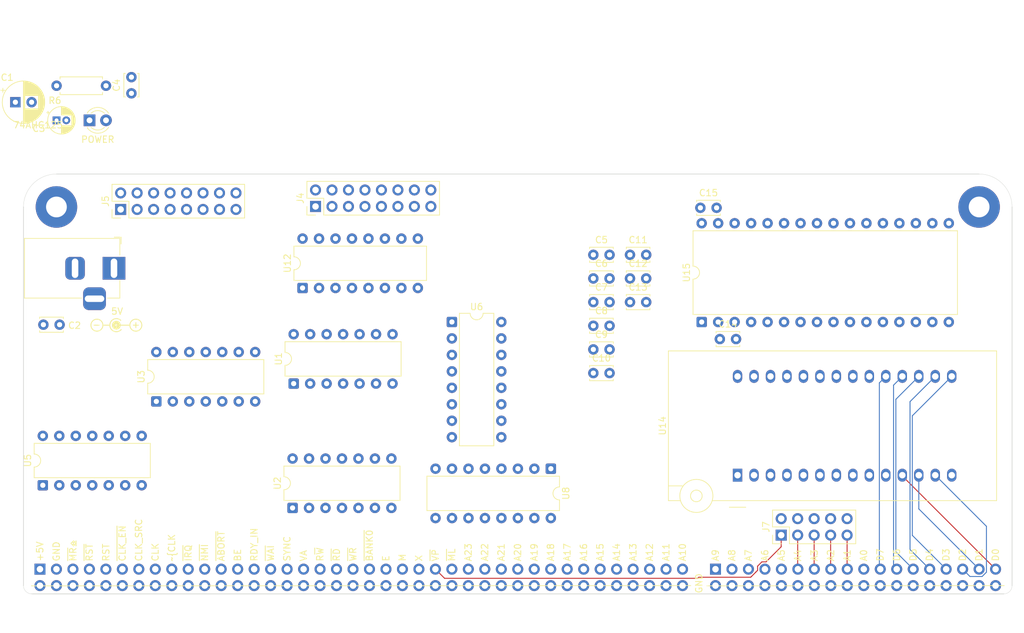
<source format=kicad_pcb>
(kicad_pcb (version 20241229) (generator "pcbnew") (generator_version "9.0")
  (title_block (title "65C816 Breakout Board") (date "2022-08-31") (rev "A.27") (comment 2 "https://github.com/adrienkohlbecker/BB816/tree/main/hardware/breakout") (comment 3 "Licensed under CERN-OHL-W v2") (comment 4 "Copyright © 2022 Adrien Kohlbecker"))
  (layers (0 "F.Cu" signal) (4 "In1.Cu" power) (6 "In2.Cu" power) (2 "B.Cu" signal) (13 "F.Paste" user) (15 "B.Paste" user) (5 "F.SilkS" user "F.Silkscreen") (7 "B.SilkS" user "B.Silkscreen") (1 "F.Mask" user) (3 "B.Mask" user) (25 "Edge.Cuts" user))
  (net 0 "")
  (net 1 "VCC")
  (net 2 "GND")
  (net 3 "/~{MR}⎒")
  (net 4 "Net-(D1-A)")
  (net 5 "/~{0x60}")
  (net 6 "/~{0x20}")
  (net 8 "/~{0xCO}")
  (net 9 "/~{0x80}")
  (net 10 "/~{0x00}")
  (net 11 "/~{0xA0}")
  (net 12 "/~{0x40}")
  (net 13 "/~{0xE0}")
  (net 14 "~{MEG0_LO}")
  (net 15 "/~{MEG0}")
  (net 16 "~{PAGE1}")
  (net 17 "~{ROM_OE}")
  (net 18 "~{BANK0_HI}")
  (net 19 "/MEG0_HI")
  (net 20 "~{BANK0_LO}")
  (net 21 "/RST")
  (net 22 "/~{RST}")
  (net 23 "/CLK_SRC")
  (net 24 "/~{CLK_EN}")
  (net 25 "/CLK")
  (net 26 "/~{CLK}")
  (net 27 "/~{IRQ}")
  (net 28 "/~{NMI}")
  (net 29 "/~{ABORT}")
  (net 30 "/BE")
  (net 31 "/RDY_IN")
  (net 32 "/~{WAI}")
  (net 33 "/SYNC")
  (net 34 "/VA")
  (net 35 "/R~{W}")
  (net 36 "/~{RD}")
  (net 37 "/~{WR}")
  (net 38 "/E")
  (net 39 "/M")
  (net 40 "/X")
  (net 41 "/~{VP}")
  (net 42 "/~{ML}")
  (net 43 "/~{BANK0}")
  (net 44 "/A23")
  (net 45 "/A22")
  (net 46 "/A21")
  (net 47 "/A20")
  (net 48 "/A19")
  (net 49 "/A18")
  (net 50 "/A17")
  (net 51 "/A16")
  (net 52 "/A15")
  (net 53 "/A14")
  (net 54 "/A13")
  (net 55 "/A12")
  (net 56 "/A11")
  (net 57 "/A10")
  (net 58 "/A9")
  (net 59 "/A8")
  (net 60 "/A7")
  (net 61 "/A6")
  (net 62 "/A5")
  (net 63 "/A4")
  (net 64 "/A3")
  (net 65 "/A2")
  (net 66 "/A1")
  (net 67 "/A0")
  (net 68 "/D7")
  (net 69 "/D6")
  (net 70 "/D5")
  (net 71 "/D4")
  (net 72 "/D3")
  (net 73 "/D2")
  (net 74 "/D1")
  (net 75 "/D0")
  (net 76 "Net-(U5-Pad10)")
  (net 78 "Net-(U1-Pad4)")
  (net 79 "Net-(U1-Pad10)")
  (net 80 "/MEG0")
  (net 81 "Net-(U1-Pad6)")
  (net 82 "Net-(U1-Pad8)")
  (net 83 "Net-(U2-Pad3)")
  (net 84 "Net-(U2-Pad10)")
  (net 85 "Net-(U15-OE#)")
  (net 86 "Net-(U3-Pad12)")
  (net 92 "Net-(U6-O0)")
  (net 105 "/AA3")
  (net 106 "/AA1")
  (net 107 "/AA2")
  (net 108 "/AA4")
  (footprint "Capacitor_THT:C_Disc_D3.4mm_W2.1mm_P2.50mm" (layer "F.Cu") (at 118.9 85.8)
    (property "Reference" "C13")
    (property "Value" "100nF")
  )
  (footprint "Resistor_THT:R_Axial_DIN0207_L6.3mm_D2.5mm_P7.62mm_Horizontal" (layer "F.Cu") (at 38.12 52.416 180)
    (property "Reference" "R6")
    (property "Value" "1k")
  )
  (footprint "Capacitor_THT:C_Disc_D3.4mm_W2.1mm_P2.50mm" (layer "F.Cu") (at 28.468 89.281)
    (property "Reference" "C2")
    (property "Value" "100n")
  )
  (footprint "Capacitor_THT:C_Disc_D3.4mm_W2.1mm_P2.50mm" (layer "F.Cu") (at 113.25 96.75)
    (property "Reference" "C10")
    (property "Value" "100nF")
  )
  (footprint "Capacitor_THT:C_Disc_D3.4mm_W2.1mm_P2.50mm" (layer "F.Cu") (at 113.25 93.1)
    (property "Reference" "C9")
    (property "Value" "100nF")
  )
  (footprint "Capacitor_THT:C_Disc_D3.4mm_W2.1mm_P2.50mm" (layer "F.Cu") (at 113.25 78.5)
    (property "Reference" "C5")
    (property "Value" "100nF")
  )
  (footprint "Connector_PinHeader_2.54mm:PinHeader_2x05_P2.54mm_Vertical" (layer "F.Cu") (at 142.21 121.75 90)
    (property "Reference" "J7")
    (property "Value" "VP_REWR")
  )
  (footprint "Socket:DIP_Socket-28_W11.9_W12.7_W15.24_W17.78_W18.5_3M_228-1277-00-0602J" (layer "F.Cu") (at 135.48 112.5 90)
    (property "Reference" "U14")
    (property "Value" "AT28C256-15PC")
  )
  (footprint "Capacitor_THT:CP_Radial_D6.3mm_P2.50mm" (layer "F.Cu") (at 24.15 54.956)
    (property "Reference" "C1")
    (property "Value" "220u")
  )
  (footprint "Connector_PinHeader_2.54mm:PinHeader_2x08_P2.54mm_Vertical" (layer "F.Cu") (at 70.42 71.04 90)
    (property "Reference" "J4")
    (property "Value" "I/O")
  )
  (footprint "Package_DIP:DIP-14_W7.62mm" (layer "F.Cu") (at 66.88 117.555 90)
    (property "Reference" "U2")
    (property "Value" "74LS32")
  )
  (footprint "Capacitor_THT:C_Disc_D3.4mm_W2.1mm_P2.50mm" (layer "F.Cu") (at 113.25 85.8)
    (property "Reference" "C7")
    (property "Value" "100nF")
  )
  (footprint "Capacitor_THT:C_Disc_D3.4mm_W2.1mm_P2.50mm" (layer "F.Cu") (at 132.75 91.5)
    (property "Reference" "C14")
    (property "Value" "100nF")
  )
  (footprint "Package_DIP:DIP-16_W7.62mm" (layer "F.Cu") (at 106.7 111.5 -90)
    (property "Reference" "U8")
    (property "Value" "74LS138")
  )
  (footprint "Package_DIP:DIP-16_W7.62mm" (layer "F.Cu") (at 68.42 83.62 90)
    (property "Reference" "U12")
    (property "Value" "74LS138")
  )
  (footprint "Capacitor_THT:C_Disc_D3.4mm_W2.1mm_P2.50mm" (layer "F.Cu") (at 118.9 82.15)
    (property "Reference" "C12")
    (property "Value" "100nF")
  )
  (footprint "Capacitor_THT:C_Disc_D3.4mm_W2.1mm_P2.50mm" (layer "F.Cu") (at 129.75 71.25)
    (property "Reference" "C15")
    (property "Value" "100nF")
  )
  (footprint "Package_DIP:DIP-14_W7.62mm" (layer "F.Cu") (at 45.88 101.12 90)
    (property "Reference" "U3")
    (property "Value" "74LS32")
  )
  (footprint "Connector_PinHeader_2.54mm:PinHeader_2x08_P2.54mm_Vertical" (layer "F.Cu") (at 40.38 71.5 90)
    (property "Reference" "J5")
    (property "Value" "Decoder Output")
  )
  (footprint "Package_DIP:DIP-14_W7.62mm" (layer "F.Cu") (at 67.05 98.37 90)
    (property "Reference" "U1")
    (property "Value" "74LS04")
  )
  (footprint "Symbol:Symbol_Barrel_Polarity" (layer "F.Cu") (at 39.72 89.281)
    (property "Reference" "REF**" (hide yes))
    (property "Value" "Symbol_Barrel_Polarity")
  )
  (footprint "Capacitor_THT:C_Disc_D3.4mm_W2.1mm_P2.50mm" (layer "F.Cu") (at 113.25 82.15)
    (property "Reference" "C6")
    (property "Value" "100nF")
  )
  (footprint "Capacitor_THT:C_Disc_D3.4mm_W2.1mm_P2.50mm" (layer "F.Cu") (at 118.9 78.5)
    (property "Reference" "C11")
    (property "Value" "100nF")
  )
  (footprint "LED_THT:LED_D3.0mm" (layer "F.Cu") (at 35.58 57.75)
    (property "Reference" "D1" (hide yes))
    (property "Value" "POWER")
  )
  (footprint "Capacitor_THT:C_Disc_D3.4mm_W2.1mm_P2.50mm" (layer "F.Cu") (at 42.039 53.59 90)
    (property "Reference" "C4")
    (property "Value" "100n")
  )
  (footprint "MountingHole:MountingHole_3.2mm_M3_Pad" (layer "F.Cu") (at 172.72 71.12)
    (property "Reference" "H2" (hide yes))
    (property "Value" "MountingHole_Pad")
  )
  (footprint "Connector_BarrelJack:BarrelJack_Horizontal" (layer "F.Cu") (at 39.3502 80.5765)
    (property "Reference" "J1" (hide yes))
    (property "Value" "Barrel_Jack_Switch")
  )
  (footprint "MountingHole:MountingHole_3.2mm_M3_Pad" (layer "F.Cu") (at 30.48 71.12)
    (property "Reference" "H1" (hide yes))
    (property "Value" "MountingHole_Pad")
  )
  (footprint "Capacitor_THT:CP_Radial_D4.0mm_P1.50mm" (layer "F.Cu") (at 30.5 57.75)
    (property "Reference" "C3")
    (property "Value" "10u")
  )
  (footprint "Package_DIP:DIP-32_W15.24mm" (layer "F.Cu") (at 129.95 88.87 90)
    (property "Reference" "U15")
    (property "Value" "AS6C4008-55PCN")
  )
  (footprint "Capacitor_THT:C_Disc_D3.4mm_W2.1mm_P2.50mm" (layer "F.Cu") (at 113.25 89.45)
    (property "Reference" "C8")
    (property "Value" "100nF")
  )
  (footprint "Package_DIP:DIP-14_W7.62mm" (layer "F.Cu") (at 28.38 114.055 90)
    (property "Reference" "U5")
    (property "Value" "74LS08")
  )
  (footprint "Package_DIP:DIP-16_W7.62mm" (layer "F.Cu") (at 91.445 88.86)
    (property "Reference" "U6")
    (property "Value" "74LS138")
  )
  (footprint "Connector_PinHeader_2.54mm:PinHeader_2x18_P2.54mm_Vertical" (layer "B.Cu") (at 132.08 127 -90)
    (property "Reference" "J3" (hide yes))
    (property "Value" "Conn_02x18_Odd_Even")
  )
  (footprint "Connector_PinHeader_2.54mm:PinHeader_2x40_P2.54mm_Vertical" (layer "B.Cu") (at 27.94 127 -90)
    (property "Reference" "J2" (hide yes))
    (property "Value" "Conn_02x40_Odd_Even")
  )
  (gr_line (start 128.27 129.54) (end 26.61 129.57) (stroke (width 0.12)) (layer "F.SilkS"))
  (gr_line (start 176.59 129.54) (end 130.75 129.57) (stroke (width 0.12)) (layer "F.SilkS"))
  (gr_line (start 30.48 66.04) (end 172.72 66.04) (stroke (width 0.1)) (layer "Edge.Cuts"))
  (gr_line (start 25.4 129.54) (end 25.4 71.12) (stroke (width 0.1)) (layer "Edge.Cuts"))
  (gr_arc (start 177.8 129.54) (mid 177.428026 130.438026) (end 176.53 130.81) (stroke (width 0.05)) (layer "Edge.Cuts"))
  (gr_line (start 177.8 71.12) (end 177.8 129.54) (stroke (width 0.1)) (layer "Edge.Cuts"))
  (gr_arc (start 25.4 71.12) (mid 26.887898 67.527898) (end 30.48 66.04) (stroke (width 0.05)) (layer "Edge.Cuts"))
  (gr_arc (start 172.72 66.04) (mid 176.312102 67.527898) (end 177.8 71.12) (stroke (width 0.05)) (layer "Edge.Cuts"))
  (gr_line (start 176.53 130.81) (end 26.67 130.81) (stroke (width 0.1)) (layer "Edge.Cuts"))
  (gr_arc (start 26.67 130.81) (mid 25.771974 130.438026) (end 25.4 129.54) (stroke (width 0.05)) (layer "Edge.Cuts"))
  (gr_text "+" (at 42.72 89.281 0) (layer "F.SilkS") (effects (font (size 1 1))))
  (gr_text "GND" (at 30.48 125.8824 90) (layer "F.SilkS") (effects (font (size 1 1)) (justify left)))
  (gr_text "~{ABORT}" (at 55.88 125.8824 90) (layer "F.SilkS") (effects (font (size 1 1)) (justify left)))
  (gr_text "D1\n" (at 172.72 125.8724 90) (layer "F.SilkS") (effects (font (size 1 1)) (justify left)))
  (gr_text "A18" (at 106.68 125.8824 90) (layer "F.SilkS") (effects (font (size 1 1)) (justify left)))
  (gr_text "~{CLK" (at 48.26 125.8824 90) (layer "F.SilkS") (effects (font (size 1 1)) (justify left)))
  (gr_text "A19" (at 104.14 125.8824 90) (layer "F.SilkS") (effects (font (size 1 1)) (justify left)))
  (gr_text "CLK" (at 45.72 125.8824 90) (layer "F.SilkS") (effects (font (size 1 1)) (justify left)))
  (gr_text "D7" (at 157.48 125.8724 90) (layer "F.SilkS") (effects (font (size 1 1)) (justify left)))
  (gr_text "A10" (at 127 125.8724 90) (layer "F.SilkS") (effects (font (size 1 1)) (justify left)))
  (gr_text "~{IRQ}" (at 50.8 125.8824 90) (layer "F.SilkS") (effects (font (size 1 1)) (justify left)))
  (gr_text "A8" (at 134.62 125.8724 90) (layer "F.SilkS") (effects (font (size 1 1)) (justify left)))
  (gr_text "A12" (at 121.92 125.8724 90) (layer "F.SilkS") (effects (font (size 1 1)) (justify left)))
  (gr_text "~{RST}" (at 35.56 125.8824 90) (layer "F.SilkS") (effects (font (size 1 1)) (justify left)))
  (gr_text "5V" (at 38.831 87.226 0) (layer "F.SilkS") (effects (font (size 1 1)) (justify left)))
  (gr_text "RDY_IN" (at 60.96 125.8824 90) (layer "F.SilkS") (effects (font (size 1 1)) (justify left)))
  (gr_text "74AHC125" (at 23.704 58.482 0) (layer "F.SilkS") (effects (font (size 1 1)) (justify left)))
  (gr_text "A22" (at 96.52 125.8824 90) (layer "F.SilkS") (effects (font (size 1 1)) (justify left)))
  (gr_text "~{WAI}" (at 63.5 125.8824 90) (layer "F.SilkS") (effects (font (size 1 1)) (justify left)))
  (gr_text "A21" (at 99.06 125.8824 90) (layer "F.SilkS") (effects (font (size 1 1)) (justify left)))
  (gr_text "D4" (at 165.1 125.8724 90) (layer "F.SilkS") (effects (font (size 1 1)) (justify left)))
  (gr_text "D6" (at 160.02 125.8724 90) (layer "F.SilkS") (effects (font (size 1 1)) (justify left)))
  (gr_text "-" (at 36.672 89.281 0) (layer "F.SilkS") (effects (font (size 1 1))))
  (gr_text "A17" (at 109.22 125.8724 90) (layer "F.SilkS") (effects (font (size 1 1)) (justify left)))
  (gr_text "A6" (at 139.7 125.8724 90) (layer "F.SilkS") (effects (font (size 1 1)) (justify left)))
  (gr_text "A2" (at 149.86 125.8724 90) (layer "F.SilkS") (effects (font (size 1 1)) (justify left)))
  (gr_text "D3" (at 167.64 125.8724 90) (layer "F.SilkS") (effects (font (size 1 1)) (justify left)))
  (gr_text "A9" (at 132.08 125.8724 90) (layer "F.SilkS") (effects (font (size 1 1)) (justify left)))
  (gr_text "A11" (at 124.46 125.8724 90) (layer "F.SilkS") (effects (font (size 1 1)) (justify left)))
  (gr_text "~{RD}" (at 73.66 125.8824 90) (layer "F.SilkS") (effects (font (size 1 1)) (justify left)))
  (gr_text "D5" (at 162.56 125.8724 90) (layer "F.SilkS") (effects (font (size 1 1)) (justify left)))
  (gr_text "X" (at 86.36 125.8824 90) (layer "F.SilkS") (effects (font (size 1 1)) (justify left)))
  (gr_text "D2" (at 170.18 125.8724 90) (layer "F.SilkS") (effects (font (size 1 1)) (justify left)))
  (gr_text "A4" (at 144.78 125.8724 90) (layer "F.SilkS") (effects (font (size 1 1)) (justify left)))
  (gr_text "A15" (at 114.3 125.8724 90) (layer "F.SilkS") (effects (font (size 1 1)) (justify left)))
  (gr_text "A13" (at 119.38 125.8724 90) (layer "F.SilkS") (effects (font (size 1 1)) (justify left)))
  (gr_text "VA" (at 68.58 125.8824 90) (layer "F.SilkS") (effects (font (size 1 1)) (justify left)))
  (gr_text "A3" (at 147.32 125.8724 90) (layer "F.SilkS") (effects (font (size 1 1)) (justify left)))
  (gr_text "A16" (at 111.76 125.8724 90) (layer "F.SilkS") (effects (font (size 1 1)) (justify left)))
  (gr_text "~{VP}" (at 88.9 125.8824 90) (layer "F.SilkS") (effects (font (size 1 1)) (justify left)))
  (gr_text "~{WR}" (at 76.2 125.8824 90) (layer "F.SilkS") (effects (font (size 1 1)) (justify left)))
  (gr_text "A23" (at 93.98 125.8824 90) (layer "F.SilkS") (effects (font (size 1 1)) (justify left)))
  (gr_text "R~{W}" (at 71.12 125.8824 90) (layer "F.SilkS") (effects (font (size 1 1)) (justify left)))
  (gr_text "A20" (at 101.6 125.8824 90) (layer "F.SilkS") (effects (font (size 1 1)) (justify left)))
  (gr_text "D0" (at 175.26 125.8724 90) (layer "F.SilkS") (effects (font (size 1 1)) (justify left)))
  (gr_text "CLK_SRC" (at 43.18 125.8724 90) (layer "F.SilkS") (effects (font (size 1 1)) (justify left)))
  (gr_text "~{BANK0}" (at 78.74 125.8824 90) (layer "F.SilkS") (effects (font (size 1 1)) (justify left)))
  (gr_text "A14" (at 116.84 125.8724 90) (layer "F.SilkS") (effects (font (size 1 1)) (justify left)))
  (gr_text "~{MR}⎒" (at 33.045 125.8824 90) (layer "F.SilkS") (effects (font (size 1 1)) (justify left)))
  (gr_text "BE" (at 58.42 125.8824 90) (layer "F.SilkS") (effects (font (size 1 1)) (justify left)))
  (gr_text "A7" (at 137.16 125.8724 90) (layer "F.SilkS") (effects (font (size 1 1)) (justify left)))
  (gr_text "A0" (at 154.94 125.8724 90) (layer "F.SilkS") (effects (font (size 1 1)) (justify left)))
  (gr_text "~{CLK_EN}" (at 40.64 125.8824 90) (layer "F.SilkS") (effects (font (size 1 1)) (justify left)))
  (gr_text "RST" (at 38.125 125.8824 90) (layer "F.SilkS") (effects (font (size 1 1)) (justify left)))
  (gr_text "A1" (at 152.4 125.8724 90) (layer "F.SilkS") (effects (font (size 1 1)) (justify left)))
  (gr_text "M" (at 83.82 125.8824 90) (layer "F.SilkS") (effects (font (size 1 1)) (justify left)))
  (gr_text "E" (at 81.28 125.8824 90) (layer "F.SilkS") (effects (font (size 1 1)) (justify left)))
  (gr_text "A5" (at 142.24 125.8724 90) (layer "F.SilkS") (effects (font (size 1 1)) (justify left)))
  (gr_text "SYNC" (at 66.04 125.8824 90) (layer "F.SilkS") (effects (font (size 1 1)) (justify left)))
  (gr_text "~{ML}" (at 91.44 125.8824 90) (layer "F.SilkS") (effects (font (size 1 1)) (justify left)))
  (gr_text "+5V" (at 27.94 125.8824 90) (layer "F.SilkS") (effects (font (size 1 1)) (justify left)))
  (gr_text "GND" (at 129.54 130.81 90) (layer "F.SilkS") (effects (font (size 1 1)) (justify left)))
  (gr_text "~{NMI}" (at 53.34 125.8824 90) (layer "F.SilkS") (effects (font (size 1 1)) (justify left)))
  (segment (start 137.62707 128.127606) (end 138.287606 127.46707) (width 0.146812) (layer "F.Cu") (net 41))
  (segment (start 138.287606 127.46707) (end 138.287606 127.462394) (width 0.146812) (layer "F.Cu") (net 41))
  (segment (start 137.5 128.25) (end 137.622394 128.127606) (width 0.146812) (layer "F.Cu") (net 41))
  (segment (start 129.5 128.25) (end 137.5 128.25) (width 0.146812) (layer "F.Cu") (net 41))
  (segment (start 90.312394 128.412394) (end 129.337606 128.412394) (width 0.146812) (layer "F.Cu") (net 41))
  (segment (start 137.622394 128.127606) (end 137.62707 128.127606) (width 0.146812) (layer "F.Cu") (net 41))
  (segment (start 138.572394 127.177606) (end 138.572394 126.53293) (width 0.146812) (layer "F.Cu") (net 41))
  (segment (start 138.572394 126.53293) (end 139.23293 125.872394) (width 0.146812) (layer "F.Cu") (net 41))
  (segment (start 88.9 127) (end 90.312394 128.412394) (width 0.146812) (layer "F.Cu") (net 41))
  (segment (start 138.287606 127.462394) (end 138.572394 127.177606) (width 0.146812) (layer "F.Cu") (net 41))
  (segment (start 129.337606 128.412394) (end 129.5 128.25) (width 0.146812) (layer "F.Cu") (net 41))
  (segment (start 139.877606 125.872394) (end 142.21 123.54) (width 0.146812) (layer "F.Cu") (net 41))
  (segment (start 142.21 123.54) (end 142.21 121.75) (width 0.146812) (layer "F.Cu") (net 41))
  (segment (start 139.23293 125.872394) (end 139.877606 125.872394) (width 0.146812) (layer "F.Cu") (net 41))
  (segment (start 157.342394 126.862394) (end 157.342394 98.257606) (width 0.146812) (layer "B.Cu") (net 68))
  (segment (start 157.342394 98.257606) (end 158.34 97.26) (width 0.146812) (layer "B.Cu") (net 68))
  (segment (start 157.48 127) (end 157.342394 126.862394) (width 0.146812) (layer "B.Cu") (net 68))
  (segment (start 159.531382 126.511382) (end 159.531382 98.608618) (width 0.146812) (layer "B.Cu") (net 69))
  (segment (start 159.531382 98.608618) (end 160.88 97.26) (width 0.146812) (layer "B.Cu") (net 69))
  (segment (start 160.02 127) (end 159.531382 126.511382) (width 0.146812) (layer "B.Cu") (net 69))
  (segment (start 159.882394 124.322394) (end 162.56 127) (width 0.146812) (layer "B.Cu") (net 70))
  (segment (start 163.42 97.26) (end 159.882394 100.797606) (width 0.146812) (layer "B.Cu") (net 70))
  (segment (start 159.882394 100.797606) (end 159.882394 124.322394) (width 0.146812) (layer "B.Cu") (net 70))
  (segment (start 162.071382 101.148618) (end 165.96 97.26) (width 0.146812) (layer "B.Cu") (net 71))
  (segment (start 165.1 127) (end 162.071382 123.971382) (width 0.146812) (layer "B.Cu") (net 71))
  (segment (start 162.071382 123.971382) (end 162.071382 101.148618) (width 0.146812) (layer "B.Cu") (net 71))
  (segment (start 167.64 127) (end 162.422394 121.782394) (width 0.146812) (layer "B.Cu") (net 72))
  (segment (start 162.422394 121.782394) (end 162.422394 103.337606) (width 0.146812) (layer "B.Cu") (net 72))
  (segment (start 162.422394 103.337606) (end 168.5 97.26) (width 0.146812) (layer "B.Cu") (net 72))
  (segment (start 173.847606 127.46707) (end 173.847606 120.387606) (width 0.146812) (layer "B.Cu") (net 73))
  (segment (start 171.307606 128.127606) (end 173.18707 128.127606) (width 0.146812) (layer "B.Cu") (net 73))
  (segment (start 170.18 127) (end 171.307606 128.127606) (width 0.146812) (layer "B.Cu") (net 73))
  (segment (start 173.18707 128.127606) (end 173.847606 127.46707) (width 0.146812) (layer "B.Cu") (net 73))
  (segment (start 173.847606 120.387606) (end 165.96 112.5) (width 0.146812) (layer "B.Cu") (net 73))
  (segment (start 163.42 117.7) (end 163.42 112.5) (width 0.146812) (layer "B.Cu") (net 74))
  (segment (start 172.72 127) (end 163.42 117.7) (width 0.146812) (layer "B.Cu") (net 74))
  (segment (start 175.26 127) (end 160.88 112.62) (width 0.146812) (layer "F.Cu") (net 75))
  (segment (start 160.88 112.62) (end 160.88 112.5) (width 0.146812) (layer "F.Cu") (net 75))
  (segment (start 147.29 126.97) (end 147.32 127) (width 0.146812) (layer "F.Cu") (net 105))
  (segment (start 147.29 121.75) (end 147.29 126.97) (width 0.146812) (layer "F.Cu") (net 105))
  (segment (start 152.37 121.75) (end 152.37 126.97) (width 0.146812) (layer "F.Cu") (net 106))
  (segment (start 152.37 126.97) (end 152.4 127) (width 0.146812) (layer "F.Cu") (net 106))
  (segment (start 149.83 126.97) (end 149.86 127) (width 0.146812) (layer "F.Cu") (net 107))
  (segment (start 149.83 121.75) (end 149.83 126.97) (width 0.146812) (layer "F.Cu") (net 107))
  (segment (start 144.75 126.97) (end 144.78 127) (width 0.146812) (layer "F.Cu") (net 108))
  (segment (start 144.75 121.75) (end 144.75 126.97) (width 0.146812) (layer "F.Cu") (net 108))
)
</source>
